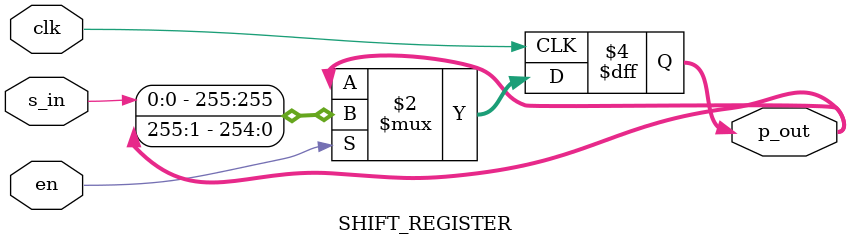
<source format=v>


module SHIFT_REGISTER(
    input clk,
    input s_in,
    input en,
    output reg [255:0] p_out
    );
    
    reg [7:0] counter;
    
    always@(posedge clk) begin
        if (en)
            p_out <= {s_in,p_out[255:1]};
    end
        
endmodule


</source>
